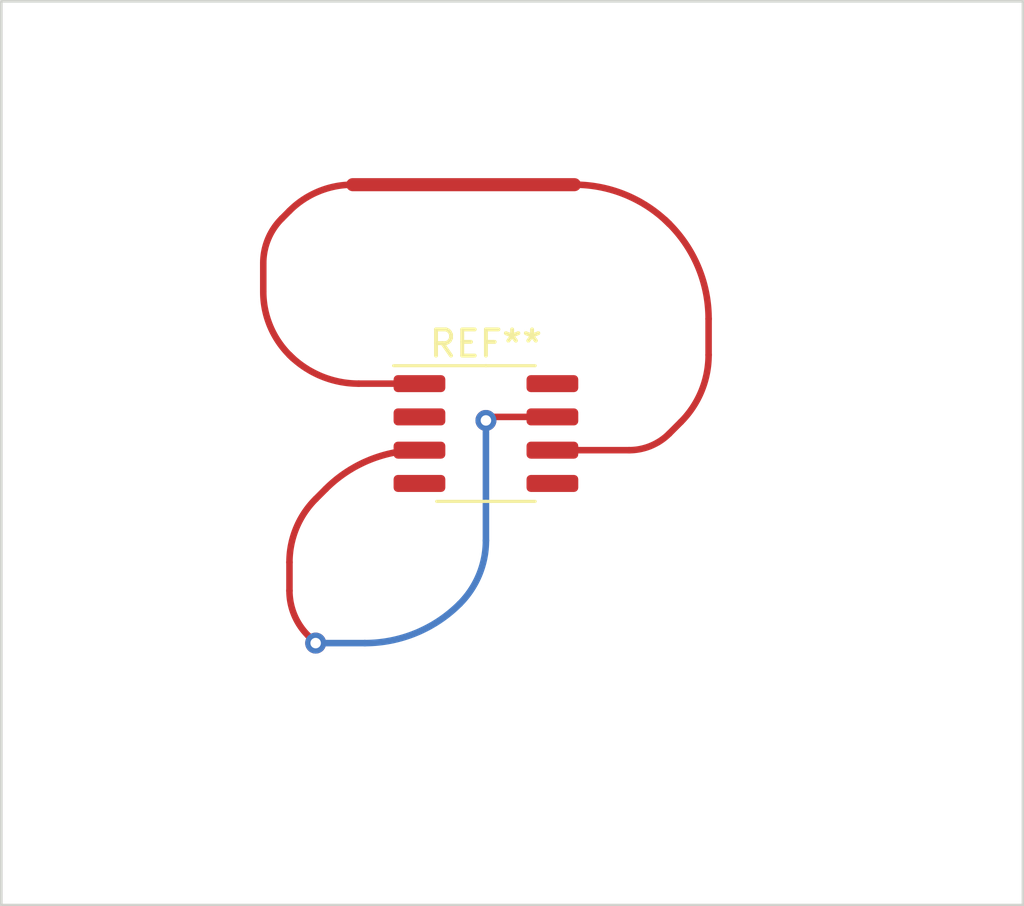
<source format=kicad_pcb>
(kicad_pcb (version 20210126) (generator pcbnew)
  (layers (0 "F.Cu" signal) (31 "B.Cu" signal) (34 "B.Paste" user) (35 "F.Paste" user) (36 "B.SilkS" user "B.Silkscreen") (37 "F.SilkS" user "F.Silkscreen") (38 "B.Mask" user) (39 "F.Mask" user) (44 "Edge.Cuts" user))
  (net 0 "")
  (net 1 "McNetty")
  (footprint "Package_SO:SOP-8_3.76x4.96mm_P1.27mm" (layer "F.Cu") (at 35.5 33)
    (fp_text reference "REF**" (at 0 -3.43) (layer "F.SilkS"))
    (fp_text value "SOP-8_3.76x4.96mm_P1.27mm")
    (fp_line (start 0 -2.59) (end 1.88 -2.59) (layer "F.SilkS") (width 0.12))
    (fp_line (start 0 2.59) (end 1.88 2.59) (layer "F.SilkS") (width 0.12))
    (fp_line (start 0 2.59) (end -1.88 2.59) (layer "F.SilkS") (width 0.12))
    (fp_line (start 0 -2.59) (end -3.525 -2.59) (layer "F.SilkS") (width 0.12))
    (pad "1" smd roundrect (at -2.5375 -1.905) (size 1.975 0.65) (layers "F.Cu" "F.Paste" "F.Mask") (net 1 "McNetty"))
    (pad "2" smd roundrect (at -2.5375 -0.635) (size 1.975 0.65) (layers "F.Cu" "F.Paste" "F.Mask"))
    (pad "3" smd roundrect (at -2.5375 0.635) (size 1.975 0.65) (layers "F.Cu" "F.Paste" "F.Mask"))
    (pad "4" smd roundrect (at -2.5375 1.905) (size 1.975 0.65) (layers "F.Cu" "F.Paste" "F.Mask"))
    (pad "5" smd roundrect (at 2.5375 1.905) (size 1.975 0.65) (layers "F.Cu" "F.Paste" "F.Mask"))
    (pad "6" smd roundrect (at 2.5375 0.635) (size 1.975 0.65) (layers "F.Cu" "F.Paste" "F.Mask") (net 1 "McNetty"))
    (pad "7" smd roundrect (at 2.5375 -0.635) (size 1.975 0.65) (layers "F.Cu" "F.Paste" "F.Mask"))
    (pad "8" smd roundrect (at 2.5375 -1.905) (size 1.975 0.65) (layers "F.Cu" "F.Paste" "F.Mask"))
  )
  (gr_rect (start 17 16.5) (end 56 51) (layer "Edge.Cuts") (width 0.1) (fill none))
  (segment (start 29.381843 35.118156) (end 29 35.5) (width 0.25) (layer "F.Cu") (net 0))
  (segment (start 28 37.914213) (end 28 39) (width 0.25) (layer "F.Cu") (net 0))
  (segment (start 35.5 32.5) (end 35.635 32.365) (width 0.25) (layer "F.Cu") (net 0))
  (segment (start 28.707107 40.707107) (end 29 41) (width 0.25) (layer "F.Cu") (net 0))
  (segment (start 35.635 32.365) (end 38.0375 32.365) (width 0.25) (layer "F.Cu") (net 0))
  (via (at 35.5 32.5) (size 0.8) (drill 0.4) (layers "F.Cu" "B.Cu") (net 0))
  (via (at 29 41) (size 0.8) (drill 0.4) (layers "F.Cu" "B.Cu") (net 0))
  (arc (start 29 35.5) (mid 28.259892 36.60765) (end 28 37.914213) (width 0.25) (layer "F.Cu") (net 0))
  (arc (start 28 39) (mid 28.183771 39.92388) (end 28.707107 40.707107) (width 0.25) (layer "F.Cu") (net 0))
  (arc (start 32.9625 33.635) (mid 31.024663 34.02046) (end 29.381843 35.118156) (width 0.25) (layer "F.Cu") (net 0))
  (segment (start 35.5 37.085787) (end 35.5 32.5) (width 0.25) (layer "B.Cu") (net 0))
  (segment (start 29 41) (end 30.87868 41) (width 0.25) (layer "B.Cu") (net 0))
  (arc (start 34.5 39.5) (mid 35.240108 38.39235) (end 35.5 37.085787) (width 0.25) (layer "B.Cu") (net 0))
  (arc (start 30.87868 41) (mid 32.838524 40.610163) (end 34.5 39.5) (width 0.25) (layer "B.Cu") (net 0))
  (segment (start 42.340283 24.843644) (end 42.5 25) (width 0.25) (layer "F.Cu") (net 1))
  (segment (start 40.966975 33.635) (end 38.0375 33.635) (width 0.25) (layer "F.Cu") (net 1))
  (segment (start 27 27.585787) (end 27 26.5) (width 0.25) (layer "F.Cu") (net 1))
  (segment (start 27.707107 24.792893) (end 28 24.5) (width 0.25) (layer "F.Cu") (net 1))
  (segment (start 42.93934 32.56066) (end 42.5 33) (width 0.25) (layer "F.Cu") (net 1))
  (segment (start 32.9625 31.095) (end 30.643563 31.095) (width 0.25) (layer "F.Cu") (net 1))
  (segment (start 44 28.62132) (end 44 30) (width 0.25) (layer "F.Cu") (net 1))
  (segment (start 30.414213 23.5) (end 38.87868 23.5) (width 0.5) (layer "F.Cu") (net 1))
  (segment (start 28.131219 30.128382) (end 28 30) (width 0.25) (layer "F.Cu") (net 1))
  (arc (start 44 30) (mid 43.724343 31.385819) (end 42.93934 32.56066) (width 0.25) (layer "F.Cu") (net 1))
  (arc (start 38.87868 23.5) (mid 40.838524 23.889837) (end 42.5 25) (width 0.25) (layer "F.Cu") (net 1))
  (arc (start 28 24.5) (mid 29.10765 23.759892) (end 30.414213 23.5) (width 0.25) (layer "F.Cu") (net 1))
  (arc (start 42.5 25) (mid 43.610163 26.661476) (end 44 28.62132) (width 0.25) (layer "F.Cu") (net 1))
  (arc (start 42.5 33) (mid 41.796643 33.469969) (end 40.966975 33.635) (width 0.25) (layer "F.Cu") (net 1))
  (arc (start 30.643563 31.095) (mid 29.212877 30.810419) (end 28 30) (width 0.25) (layer "F.Cu") (net 1))
  (arc (start 28 30) (mid 27.259892 28.89235) (end 27 27.585787) (width 0.25) (layer "F.Cu") (net 1))
  (arc (start 27 26.5) (mid 27.183771 25.57612) (end 27.707107 24.792893) (width 0.25) (layer "F.Cu") (net 1))
)
</source>
